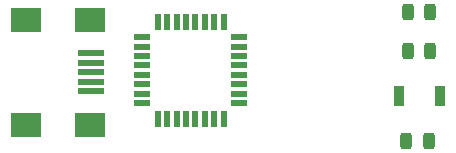
<source format=gbr>
%TF.GenerationSoftware,KiCad,Pcbnew,7.0.10*%
%TF.CreationDate,2024-02-19T12:28:25+05:30*%
%TF.ProjectId,ArduinoNano _Rudra_2021eeb1208,41726475-696e-46f4-9e61-6e6f205f5275,rev?*%
%TF.SameCoordinates,Original*%
%TF.FileFunction,Paste,Top*%
%TF.FilePolarity,Positive*%
%FSLAX46Y46*%
G04 Gerber Fmt 4.6, Leading zero omitted, Abs format (unit mm)*
G04 Created by KiCad (PCBNEW 7.0.10) date 2024-02-19 12:28:25*
%MOMM*%
%LPD*%
G01*
G04 APERTURE LIST*
G04 Aperture macros list*
%AMRoundRect*
0 Rectangle with rounded corners*
0 $1 Rounding radius*
0 $2 $3 $4 $5 $6 $7 $8 $9 X,Y pos of 4 corners*
0 Add a 4 corners polygon primitive as box body*
4,1,4,$2,$3,$4,$5,$6,$7,$8,$9,$2,$3,0*
0 Add four circle primitives for the rounded corners*
1,1,$1+$1,$2,$3*
1,1,$1+$1,$4,$5*
1,1,$1+$1,$6,$7*
1,1,$1+$1,$8,$9*
0 Add four rect primitives between the rounded corners*
20,1,$1+$1,$2,$3,$4,$5,0*
20,1,$1+$1,$4,$5,$6,$7,0*
20,1,$1+$1,$6,$7,$8,$9,0*
20,1,$1+$1,$8,$9,$2,$3,0*%
G04 Aperture macros list end*
%ADD10R,0.900000X1.700000*%
%ADD11RoundRect,0.243750X-0.243750X-0.456250X0.243750X-0.456250X0.243750X0.456250X-0.243750X0.456250X0*%
%ADD12R,2.250000X0.500000*%
%ADD13R,2.500000X2.000000*%
%ADD14R,1.473200X0.508000*%
%ADD15R,0.508000X1.473200*%
G04 APERTURE END LIST*
D10*
%TO.C,RST1*%
X93120500Y-107950000D03*
X96520500Y-107950000D03*
%TD*%
D11*
%TO.C,L1*%
X93707500Y-111760000D03*
X95582500Y-111760000D03*
%TD*%
%TO.C,RX1*%
X93804500Y-104140000D03*
X95679500Y-104140000D03*
%TD*%
D12*
%TO.C,J7*%
X67043000Y-104318000D03*
X67043000Y-105118000D03*
X67043000Y-105918000D03*
X67043000Y-106718000D03*
X67043000Y-107518000D03*
D13*
X66918000Y-101468000D03*
X66918000Y-110368000D03*
X61468000Y-101468000D03*
X61468000Y-110368000D03*
%TD*%
D11*
%TO.C,TX1*%
X93804500Y-100838000D03*
X95679500Y-100838000D03*
%TD*%
D14*
%TO.C,U1*%
X71323200Y-102971600D03*
X71323200Y-103759000D03*
X71323200Y-104571800D03*
X71323200Y-105359200D03*
X71323200Y-106172000D03*
X71323200Y-106959400D03*
X71323200Y-107772200D03*
X71323200Y-108559600D03*
D15*
X72644000Y-109880400D03*
X73431400Y-109880400D03*
X74244200Y-109880400D03*
X75031600Y-109880400D03*
X75844400Y-109880400D03*
X76631800Y-109880400D03*
X77444600Y-109880400D03*
X78232000Y-109880400D03*
D14*
X79552800Y-108559600D03*
X79552800Y-107772200D03*
X79552800Y-106959400D03*
X79552800Y-106172000D03*
X79552800Y-105359200D03*
X79552800Y-104571800D03*
X79552800Y-103759000D03*
X79552800Y-102971600D03*
D15*
X78232000Y-101650800D03*
X77444600Y-101650800D03*
X76631800Y-101650800D03*
X75844400Y-101650800D03*
X75031600Y-101650800D03*
X74244200Y-101650800D03*
X73431400Y-101650800D03*
X72644000Y-101650800D03*
%TD*%
M02*

</source>
